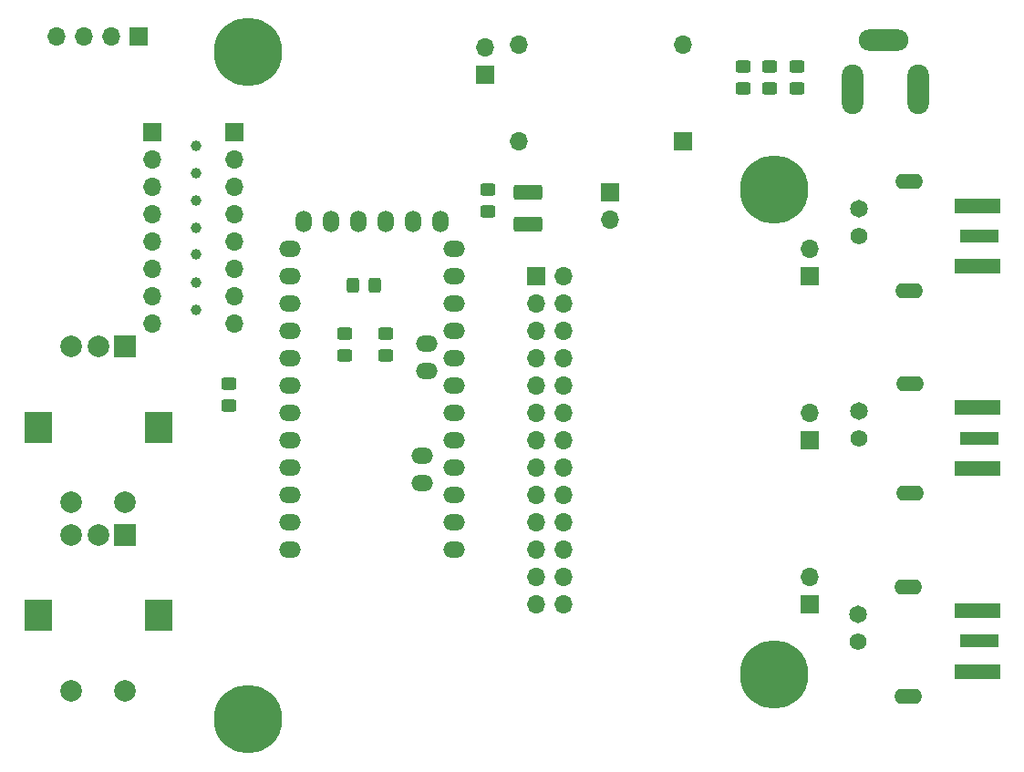
<source format=gts>
G04 #@! TF.GenerationSoftware,KiCad,Pcbnew,(6.0.1)*
G04 #@! TF.CreationDate,2022-05-22T12:05:18-04:00*
G04 #@! TF.ProjectId,ArduinoInABox,41726475-696e-46f4-996e-41426f782e6b,2*
G04 #@! TF.SameCoordinates,Original*
G04 #@! TF.FileFunction,Soldermask,Top*
G04 #@! TF.FilePolarity,Negative*
%FSLAX46Y46*%
G04 Gerber Fmt 4.6, Leading zero omitted, Abs format (unit mm)*
G04 Created by KiCad (PCBNEW (6.0.1)) date 2022-05-22 12:05:18*
%MOMM*%
%LPD*%
G01*
G04 APERTURE LIST*
G04 Aperture macros list*
%AMRoundRect*
0 Rectangle with rounded corners*
0 $1 Rounding radius*
0 $2 $3 $4 $5 $6 $7 $8 $9 X,Y pos of 4 corners*
0 Add a 4 corners polygon primitive as box body*
4,1,4,$2,$3,$4,$5,$6,$7,$8,$9,$2,$3,0*
0 Add four circle primitives for the rounded corners*
1,1,$1+$1,$2,$3*
1,1,$1+$1,$4,$5*
1,1,$1+$1,$6,$7*
1,1,$1+$1,$8,$9*
0 Add four rect primitives between the rounded corners*
20,1,$1+$1,$2,$3,$4,$5,0*
20,1,$1+$1,$4,$5,$6,$7,0*
20,1,$1+$1,$6,$7,$8,$9,0*
20,1,$1+$1,$8,$9,$2,$3,0*%
G04 Aperture macros list end*
%ADD10R,1.700000X1.700000*%
%ADD11O,1.700000X1.700000*%
%ADD12C,1.000000*%
%ADD13O,2.000000X4.600000*%
%ADD14O,4.600000X2.000000*%
%ADD15RoundRect,0.249999X-0.450001X0.325001X-0.450001X-0.325001X0.450001X-0.325001X0.450001X0.325001X0*%
%ADD16R,2.000000X2.000000*%
%ADD17C,2.000000*%
%ADD18R,2.500000X3.000000*%
%ADD19C,6.350000*%
%ADD20RoundRect,0.249999X-0.325001X-0.450001X0.325001X-0.450001X0.325001X0.450001X-0.325001X0.450001X0*%
%ADD21RoundRect,0.250000X-1.075000X0.462500X-1.075000X-0.462500X1.075000X-0.462500X1.075000X0.462500X0*%
%ADD22O,1.524000X2.000000*%
%ADD23O,2.000000X1.524000*%
%ADD24RoundRect,0.249999X0.450001X-0.325001X0.450001X0.325001X-0.450001X0.325001X-0.450001X-0.325001X0*%
%ADD25R,3.600000X1.270000*%
%ADD26R,4.200000X1.350000*%
%ADD27O,2.600000X1.400000*%
%ADD28C,1.574800*%
%ADD29C,1.651000*%
G04 APERTURE END LIST*
D10*
X140025000Y-34575000D03*
D11*
X140025000Y-32035000D03*
D12*
X113200000Y-51300000D03*
X113200000Y-43800000D03*
X113200000Y-46300000D03*
X113200000Y-53900000D03*
X113200000Y-56450000D03*
X113200000Y-48800000D03*
X113200000Y-41200000D03*
D10*
X116760000Y-39930000D03*
D11*
X116760000Y-42470000D03*
X116760000Y-45010000D03*
X116760000Y-47550000D03*
X116760000Y-50090000D03*
X116760000Y-52630000D03*
X116760000Y-55170000D03*
X116760000Y-57710000D03*
D13*
X174150000Y-36000000D03*
X180250000Y-36000000D03*
D14*
X177050000Y-31400000D03*
D15*
X127000000Y-58665000D03*
X127000000Y-60715000D03*
X130810000Y-58665000D03*
X130810000Y-60715000D03*
D16*
X106650800Y-77344200D03*
D17*
X101650800Y-77344200D03*
X104150800Y-77344200D03*
D18*
X98550800Y-84844200D03*
X109750800Y-84844200D03*
D17*
X106650800Y-91844200D03*
X101650800Y-91844200D03*
D19*
X166850000Y-45300000D03*
X118000000Y-94500000D03*
X166850000Y-90300000D03*
X118000000Y-32500000D03*
D20*
X127749200Y-54133200D03*
X129799200Y-54133200D03*
D15*
X116258158Y-63299804D03*
X116258158Y-65349804D03*
X140332000Y-45253000D03*
X140332000Y-47303000D03*
D10*
X107870000Y-31040000D03*
D11*
X105330000Y-31040000D03*
X102790000Y-31040000D03*
X100250000Y-31040000D03*
D21*
X144068000Y-45514500D03*
X144068000Y-48489500D03*
D16*
X106625400Y-59843600D03*
D17*
X101625400Y-59843600D03*
X104125400Y-59843600D03*
D18*
X109725400Y-67343600D03*
X98525400Y-67343600D03*
D17*
X106625400Y-74343600D03*
X101625400Y-74343600D03*
D22*
X123190000Y-48260000D03*
X125730000Y-48260000D03*
X128270000Y-48260000D03*
X130810000Y-48260000D03*
X133350000Y-48260000D03*
X135890000Y-48260000D03*
D23*
X121920000Y-50800000D03*
X121920000Y-53340000D03*
X121920000Y-55880000D03*
X121920000Y-58420000D03*
X121920000Y-60960000D03*
X121920000Y-63500000D03*
X121920000Y-66040000D03*
X121920000Y-68580000D03*
X121920000Y-71120000D03*
X121920000Y-73660000D03*
X121920000Y-76200000D03*
X121920000Y-78740000D03*
X137160000Y-50800000D03*
X137160000Y-53340000D03*
X137160000Y-55880000D03*
X137160000Y-58420000D03*
X137160000Y-60960000D03*
X137160000Y-63500000D03*
X137160000Y-66040000D03*
X137160000Y-68580000D03*
X137160000Y-71120000D03*
X137160000Y-73660000D03*
X137160000Y-76200000D03*
X137160000Y-78740000D03*
X134620000Y-59563000D03*
X134620000Y-62103000D03*
X134239000Y-69977000D03*
X134239000Y-72517000D03*
D24*
X166440000Y-35887000D03*
X166440000Y-33837000D03*
D25*
X185975600Y-49606200D03*
D26*
X185775600Y-52431200D03*
X185775600Y-46781200D03*
D25*
X185975600Y-68376800D03*
D26*
X185775600Y-71201800D03*
X185775600Y-65551800D03*
D25*
X185975600Y-87223600D03*
D26*
X185775600Y-90048600D03*
X185775600Y-84398600D03*
D24*
X168980000Y-35861600D03*
X168980000Y-33811600D03*
D15*
X163976200Y-33862400D03*
X163976200Y-35912400D03*
D27*
X179406600Y-44526200D03*
X179406600Y-54686200D03*
D28*
X174726600Y-49606200D03*
D29*
X174726600Y-47066200D03*
D27*
X179482800Y-63296800D03*
X179482800Y-73456800D03*
D28*
X174802800Y-68376800D03*
D29*
X174802800Y-65836800D03*
D27*
X179330400Y-82194400D03*
X179330400Y-92354400D03*
D28*
X174650400Y-87274400D03*
D29*
X174650400Y-84734400D03*
D10*
X170180000Y-53340000D03*
D11*
X170180000Y-50800000D03*
D10*
X170180000Y-68580000D03*
D11*
X170180000Y-66040000D03*
D10*
X170180000Y-83820000D03*
D11*
X170180000Y-81280000D03*
D10*
X144780000Y-53340000D03*
D11*
X147320000Y-53340000D03*
X144780000Y-55880000D03*
X147320000Y-55880000D03*
X144780000Y-58420000D03*
X147320000Y-58420000D03*
X144780000Y-60960000D03*
X147320000Y-60960000D03*
X144780000Y-63500000D03*
X147320000Y-63500000D03*
X144780000Y-66040000D03*
X147320000Y-66040000D03*
X144780000Y-68580000D03*
X147320000Y-68580000D03*
X144780000Y-71120000D03*
X147320000Y-71120000D03*
X144780000Y-73660000D03*
X147320000Y-73660000D03*
X144780000Y-76200000D03*
X147320000Y-76200000D03*
X144780000Y-78740000D03*
X147320000Y-78740000D03*
X144780000Y-81280000D03*
X147320000Y-81280000D03*
X144780000Y-83820000D03*
X147320000Y-83820000D03*
X158460000Y-31800000D03*
D10*
X158460000Y-40800000D03*
D11*
X143160000Y-31800000D03*
X143160000Y-40800000D03*
D10*
X151685001Y-45513001D03*
D11*
X151685001Y-48053001D03*
D10*
X109140000Y-39930000D03*
D11*
X109140000Y-42470000D03*
X109140000Y-45010000D03*
X109140000Y-47550000D03*
X109140000Y-50090000D03*
X109140000Y-52630000D03*
X109140000Y-55170000D03*
X109140000Y-57710000D03*
M02*

</source>
